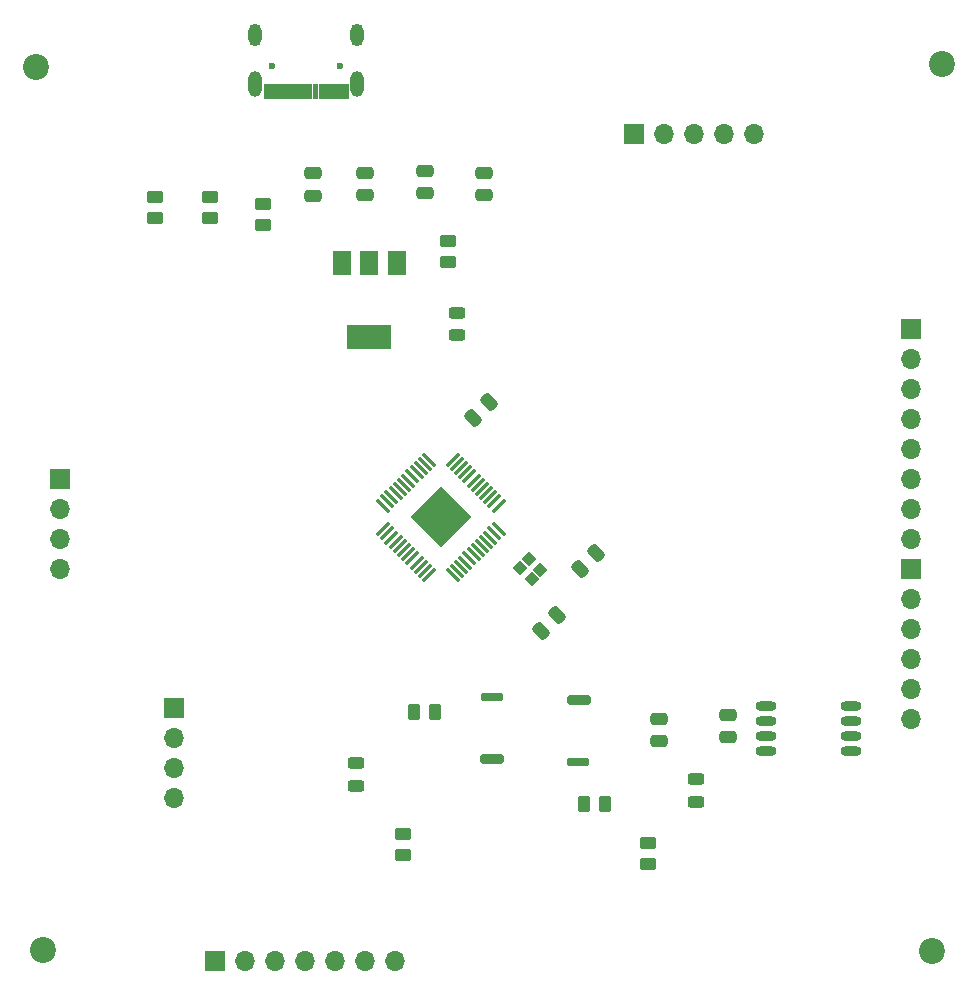
<source format=gbr>
%TF.GenerationSoftware,KiCad,Pcbnew,7.0.10*%
%TF.CreationDate,2024-04-02T20:17:41+05:30*%
%TF.ProjectId,blackpill-tft,626c6163-6b70-4696-9c6c-2d7466742e6b,rev?*%
%TF.SameCoordinates,Original*%
%TF.FileFunction,Soldermask,Top*%
%TF.FilePolarity,Negative*%
%FSLAX46Y46*%
G04 Gerber Fmt 4.6, Leading zero omitted, Abs format (unit mm)*
G04 Created by KiCad (PCBNEW 7.0.10) date 2024-04-02 20:17:41*
%MOMM*%
%LPD*%
G01*
G04 APERTURE LIST*
G04 Aperture macros list*
%AMRoundRect*
0 Rectangle with rounded corners*
0 $1 Rounding radius*
0 $2 $3 $4 $5 $6 $7 $8 $9 X,Y pos of 4 corners*
0 Add a 4 corners polygon primitive as box body*
4,1,4,$2,$3,$4,$5,$6,$7,$8,$9,$2,$3,0*
0 Add four circle primitives for the rounded corners*
1,1,$1+$1,$2,$3*
1,1,$1+$1,$4,$5*
1,1,$1+$1,$6,$7*
1,1,$1+$1,$8,$9*
0 Add four rect primitives between the rounded corners*
20,1,$1+$1,$2,$3,$4,$5,0*
20,1,$1+$1,$4,$5,$6,$7,0*
20,1,$1+$1,$6,$7,$8,$9,0*
20,1,$1+$1,$8,$9,$2,$3,0*%
%AMRotRect*
0 Rectangle, with rotation*
0 The origin of the aperture is its center*
0 $1 length*
0 $2 width*
0 $3 Rotation angle, in degrees counterclockwise*
0 Add horizontal line*
21,1,$1,$2,0,0,$3*%
G04 Aperture macros list end*
%ADD10C,0.010000*%
%ADD11R,1.500000X2.000000*%
%ADD12R,3.800000X2.000000*%
%ADD13RoundRect,0.250000X0.450000X-0.262500X0.450000X0.262500X-0.450000X0.262500X-0.450000X-0.262500X0*%
%ADD14R,1.700000X1.700000*%
%ADD15O,1.700000X1.700000*%
%ADD16RoundRect,0.250000X-0.450000X0.262500X-0.450000X-0.262500X0.450000X-0.262500X0.450000X0.262500X0*%
%ADD17RoundRect,0.243750X-0.456250X0.243750X-0.456250X-0.243750X0.456250X-0.243750X0.456250X0.243750X0*%
%ADD18RoundRect,0.250000X-0.475000X0.250000X-0.475000X-0.250000X0.475000X-0.250000X0.475000X0.250000X0*%
%ADD19O,1.804000X0.804000*%
%ADD20C,2.200000*%
%ADD21RoundRect,0.250000X0.475000X-0.250000X0.475000X0.250000X-0.475000X0.250000X-0.475000X-0.250000X0*%
%ADD22RoundRect,0.200000X-0.800000X0.200000X-0.800000X-0.200000X0.800000X-0.200000X0.800000X0.200000X0*%
%ADD23RoundRect,0.185850X-0.743600X0.185850X-0.743600X-0.185850X0.743600X-0.185850X0.743600X0.185850X0*%
%ADD24RoundRect,0.250000X0.159099X-0.512652X0.512652X-0.159099X-0.159099X0.512652X-0.512652X0.159099X0*%
%ADD25RoundRect,0.102000X-0.017678X0.512652X-0.512652X0.017678X0.017678X-0.512652X0.512652X-0.017678X0*%
%ADD26RoundRect,0.200000X0.800000X-0.200000X0.800000X0.200000X-0.800000X0.200000X-0.800000X-0.200000X0*%
%ADD27RoundRect,0.185850X0.730900X-0.185850X0.730900X0.185850X-0.730900X0.185850X-0.730900X-0.185850X0*%
%ADD28RoundRect,0.243750X0.456250X-0.243750X0.456250X0.243750X-0.456250X0.243750X-0.456250X-0.243750X0*%
%ADD29C,0.600000*%
%ADD30O,1.104000X2.204000*%
%ADD31O,1.104000X1.904000*%
%ADD32RoundRect,0.075000X0.521491X-0.415425X-0.415425X0.521491X-0.521491X0.415425X0.415425X-0.521491X0*%
%ADD33RoundRect,0.075000X0.521491X0.415425X0.415425X0.521491X-0.521491X-0.415425X-0.415425X-0.521491X0*%
%ADD34RotRect,3.600000X3.600000X135.000000*%
%ADD35RoundRect,0.250000X-0.262500X-0.450000X0.262500X-0.450000X0.262500X0.450000X-0.262500X0.450000X0*%
%ADD36RoundRect,0.250000X-0.159099X0.512652X-0.512652X0.159099X0.159099X-0.512652X0.512652X-0.159099X0*%
G04 APERTURE END LIST*
%TO.C,J1*%
D10*
X133620200Y-67743800D02*
X132920200Y-67743800D01*
X132920200Y-66503800D01*
X133620200Y-66503800D01*
X133620200Y-67743800D01*
G36*
X133620200Y-67743800D02*
G01*
X132920200Y-67743800D01*
X132920200Y-66503800D01*
X133620200Y-66503800D01*
X133620200Y-67743800D01*
G37*
X132820200Y-67743800D02*
X132120200Y-67743800D01*
X132120200Y-66503800D01*
X132820200Y-66503800D01*
X132820200Y-67743800D01*
G36*
X132820200Y-67743800D02*
G01*
X132120200Y-67743800D01*
X132120200Y-66503800D01*
X132820200Y-66503800D01*
X132820200Y-67743800D01*
G37*
X132020200Y-67743800D02*
X131620200Y-67743800D01*
X131620200Y-66503800D01*
X132020200Y-66503800D01*
X132020200Y-67743800D01*
G36*
X132020200Y-67743800D02*
G01*
X131620200Y-67743800D01*
X131620200Y-66503800D01*
X132020200Y-66503800D01*
X132020200Y-67743800D01*
G37*
X131520200Y-67743800D02*
X131120200Y-67743800D01*
X131120200Y-66503800D01*
X131520200Y-66503800D01*
X131520200Y-67743800D01*
G36*
X131520200Y-67743800D02*
G01*
X131120200Y-67743800D01*
X131120200Y-66503800D01*
X131520200Y-66503800D01*
X131520200Y-67743800D01*
G37*
X131020200Y-67743800D02*
X130620200Y-67743800D01*
X130620200Y-66503800D01*
X131020200Y-66503800D01*
X131020200Y-67743800D01*
G36*
X131020200Y-67743800D02*
G01*
X130620200Y-67743800D01*
X130620200Y-66503800D01*
X131020200Y-66503800D01*
X131020200Y-67743800D01*
G37*
X130520200Y-67743800D02*
X130120200Y-67743800D01*
X130120200Y-66503800D01*
X130520200Y-66503800D01*
X130520200Y-67743800D01*
G36*
X130520200Y-67743800D02*
G01*
X130120200Y-67743800D01*
X130120200Y-66503800D01*
X130520200Y-66503800D01*
X130520200Y-67743800D01*
G37*
X130020200Y-67743800D02*
X129620200Y-67743800D01*
X129620200Y-66503800D01*
X130020200Y-66503800D01*
X130020200Y-67743800D01*
G36*
X130020200Y-67743800D02*
G01*
X129620200Y-67743800D01*
X129620200Y-66503800D01*
X130020200Y-66503800D01*
X130020200Y-67743800D01*
G37*
X129520200Y-67743800D02*
X129120200Y-67743800D01*
X129120200Y-66503800D01*
X129520200Y-66503800D01*
X129520200Y-67743800D01*
G36*
X129520200Y-67743800D02*
G01*
X129120200Y-67743800D01*
X129120200Y-66503800D01*
X129520200Y-66503800D01*
X129520200Y-67743800D01*
G37*
X129020200Y-67743800D02*
X128620200Y-67743800D01*
X128620200Y-66503800D01*
X129020200Y-66503800D01*
X129020200Y-67743800D01*
G36*
X129020200Y-67743800D02*
G01*
X128620200Y-67743800D01*
X128620200Y-66503800D01*
X129020200Y-66503800D01*
X129020200Y-67743800D01*
G37*
X128520200Y-67743800D02*
X128120200Y-67743800D01*
X128120200Y-66503800D01*
X128520200Y-66503800D01*
X128520200Y-67743800D01*
G36*
X128520200Y-67743800D02*
G01*
X128120200Y-67743800D01*
X128120200Y-66503800D01*
X128520200Y-66503800D01*
X128520200Y-67743800D01*
G37*
X128020200Y-67743800D02*
X127320200Y-67743800D01*
X127320200Y-66503800D01*
X128020200Y-66503800D01*
X128020200Y-67743800D01*
G36*
X128020200Y-67743800D02*
G01*
X127320200Y-67743800D01*
X127320200Y-66503800D01*
X128020200Y-66503800D01*
X128020200Y-67743800D01*
G37*
X127220200Y-67743800D02*
X126520200Y-67743800D01*
X126520200Y-66503800D01*
X127220200Y-66503800D01*
X127220200Y-67743800D01*
G36*
X127220200Y-67743800D02*
G01*
X126520200Y-67743800D01*
X126520200Y-66503800D01*
X127220200Y-66503800D01*
X127220200Y-67743800D01*
G37*
%TD*%
D11*
%TO.C,U2*%
X137720200Y-81673800D03*
X135420200Y-81673800D03*
D12*
X135420200Y-87973800D03*
D11*
X133120200Y-81673800D03*
%TD*%
D13*
%TO.C,R2*%
X121910000Y-77903400D03*
X121910000Y-76078400D03*
%TD*%
D14*
%TO.C,J3*%
X118880000Y-119400000D03*
D15*
X118880000Y-121940000D03*
X118880000Y-124480000D03*
X118880000Y-127020000D03*
%TD*%
D16*
%TO.C,R4*%
X142075000Y-79821900D03*
X142075000Y-81646900D03*
%TD*%
D17*
%TO.C,D3*%
X163062800Y-125421700D03*
X163062800Y-127296700D03*
%TD*%
D18*
%TO.C,C8*%
X159938600Y-120303800D03*
X159938600Y-122203800D03*
%TD*%
D19*
%TO.C,U3*%
X168980000Y-119225000D03*
X168980000Y-120495000D03*
X168980000Y-121765000D03*
X168980000Y-123035000D03*
X176180000Y-123035000D03*
X176180000Y-121765000D03*
X176180000Y-120495000D03*
X176180000Y-119225000D03*
%TD*%
D20*
%TO.C,H3*%
X183080000Y-139980000D03*
%TD*%
D18*
%TO.C,C9*%
X165760000Y-119950000D03*
X165760000Y-121850000D03*
%TD*%
D21*
%TO.C,C1*%
X135080000Y-75940000D03*
X135080000Y-74040000D03*
%TD*%
D22*
%TO.C,NRST1*%
X153144100Y-118687300D03*
D23*
X153103650Y-123946200D03*
%TD*%
D20*
%TO.C,H4*%
X107780000Y-139870000D03*
%TD*%
D24*
%TO.C,C7*%
X153238249Y-107571751D03*
X154581751Y-106228249D03*
%TD*%
D16*
%TO.C,R1*%
X126400200Y-76671300D03*
X126400200Y-78496300D03*
%TD*%
D13*
%TO.C,R5*%
X158973400Y-132611300D03*
X158973400Y-130786300D03*
%TD*%
D25*
%TO.C,Y1*%
X149870850Y-107733744D03*
X148916256Y-106779150D03*
X148209150Y-107486256D03*
X149163744Y-108440850D03*
%TD*%
D26*
%TO.C,BOOT1*%
X145800000Y-123660000D03*
D27*
X145827750Y-118426500D03*
%TD*%
D21*
%TO.C,C3*%
X140100200Y-75773800D03*
X140100200Y-73873800D03*
%TD*%
%TO.C,C2*%
X130620200Y-76003800D03*
X130620200Y-74103800D03*
%TD*%
D17*
%TO.C,D4*%
X134330000Y-124065000D03*
X134330000Y-125940000D03*
%TD*%
D13*
%TO.C,R9*%
X138243500Y-131841400D03*
X138243500Y-130016400D03*
%TD*%
D28*
%TO.C,D1*%
X142862400Y-87782700D03*
X142862400Y-85907700D03*
%TD*%
D20*
%TO.C,H2*%
X183920000Y-64890000D03*
%TD*%
D29*
%TO.C,J1*%
X132960200Y-65053800D03*
X127180200Y-65053800D03*
D30*
X134395200Y-66543800D03*
X125745200Y-66543800D03*
D31*
X134395200Y-62373800D03*
X125745200Y-62373800D03*
%TD*%
D32*
%TO.C,U1*%
X142470888Y-108129076D03*
X142824442Y-107775522D03*
X143177995Y-107421969D03*
X143531549Y-107068415D03*
X143885102Y-106714862D03*
X144238655Y-106361309D03*
X144592209Y-106007755D03*
X144945762Y-105654202D03*
X145299315Y-105300649D03*
X145652869Y-104947095D03*
X146006422Y-104593542D03*
X146359976Y-104239988D03*
D33*
X146359976Y-102242412D03*
X146006422Y-101888858D03*
X145652869Y-101535305D03*
X145299315Y-101181751D03*
X144945762Y-100828198D03*
X144592209Y-100474645D03*
X144238655Y-100121091D03*
X143885102Y-99767538D03*
X143531549Y-99413985D03*
X143177995Y-99060431D03*
X142824442Y-98706878D03*
X142470888Y-98353324D03*
D32*
X140473312Y-98353324D03*
X140119758Y-98706878D03*
X139766205Y-99060431D03*
X139412651Y-99413985D03*
X139059098Y-99767538D03*
X138705545Y-100121091D03*
X138351991Y-100474645D03*
X137998438Y-100828198D03*
X137644885Y-101181751D03*
X137291331Y-101535305D03*
X136937778Y-101888858D03*
X136584224Y-102242412D03*
D33*
X136584224Y-104239988D03*
X136937778Y-104593542D03*
X137291331Y-104947095D03*
X137644885Y-105300649D03*
X137998438Y-105654202D03*
X138351991Y-106007755D03*
X138705545Y-106361309D03*
X139059098Y-106714862D03*
X139412651Y-107068415D03*
X139766205Y-107421969D03*
X140119758Y-107775522D03*
X140473312Y-108129076D03*
D34*
X141472100Y-103241200D03*
%TD*%
D35*
%TO.C,R7*%
X139185200Y-119747300D03*
X141010200Y-119747300D03*
%TD*%
D36*
%TO.C,C5*%
X145521751Y-93448249D03*
X144178249Y-94791751D03*
%TD*%
D24*
%TO.C,C6*%
X149928249Y-112871751D03*
X151271751Y-111528249D03*
%TD*%
D20*
%TO.C,H1*%
X107220000Y-65110000D03*
%TD*%
D13*
%TO.C,R3*%
X117260200Y-77926300D03*
X117260200Y-76101300D03*
%TD*%
D21*
%TO.C,C4*%
X145100200Y-75973800D03*
X145100200Y-74073800D03*
%TD*%
D35*
%TO.C,R8*%
X153565100Y-127527600D03*
X155390100Y-127527600D03*
%TD*%
D14*
%TO.C,J6*%
X122365000Y-140820000D03*
D15*
X124905000Y-140820000D03*
X127445000Y-140820000D03*
X129985000Y-140820000D03*
X132525000Y-140820000D03*
X135065000Y-140820000D03*
X137605000Y-140820000D03*
%TD*%
D14*
%TO.C,J7*%
X181280000Y-107620000D03*
D15*
X181280000Y-110160000D03*
X181280000Y-112700000D03*
X181280000Y-115240000D03*
X181280000Y-117780000D03*
X181280000Y-120320000D03*
%TD*%
D14*
%TO.C,TFT DISPLAY*%
X181300000Y-87300000D03*
D15*
X181300000Y-89840000D03*
X181300000Y-92380000D03*
X181300000Y-94920000D03*
X181300000Y-97460000D03*
X181300000Y-100000000D03*
X181300000Y-102540000D03*
X181300000Y-105080000D03*
%TD*%
D14*
%TO.C,J5*%
X157795000Y-70820000D03*
D15*
X160335000Y-70820000D03*
X162875000Y-70820000D03*
X165415000Y-70820000D03*
X167955000Y-70820000D03*
%TD*%
D14*
%TO.C,J4*%
X109240000Y-100000000D03*
D15*
X109240000Y-102540000D03*
X109240000Y-105080000D03*
X109240000Y-107620000D03*
%TD*%
M02*

</source>
